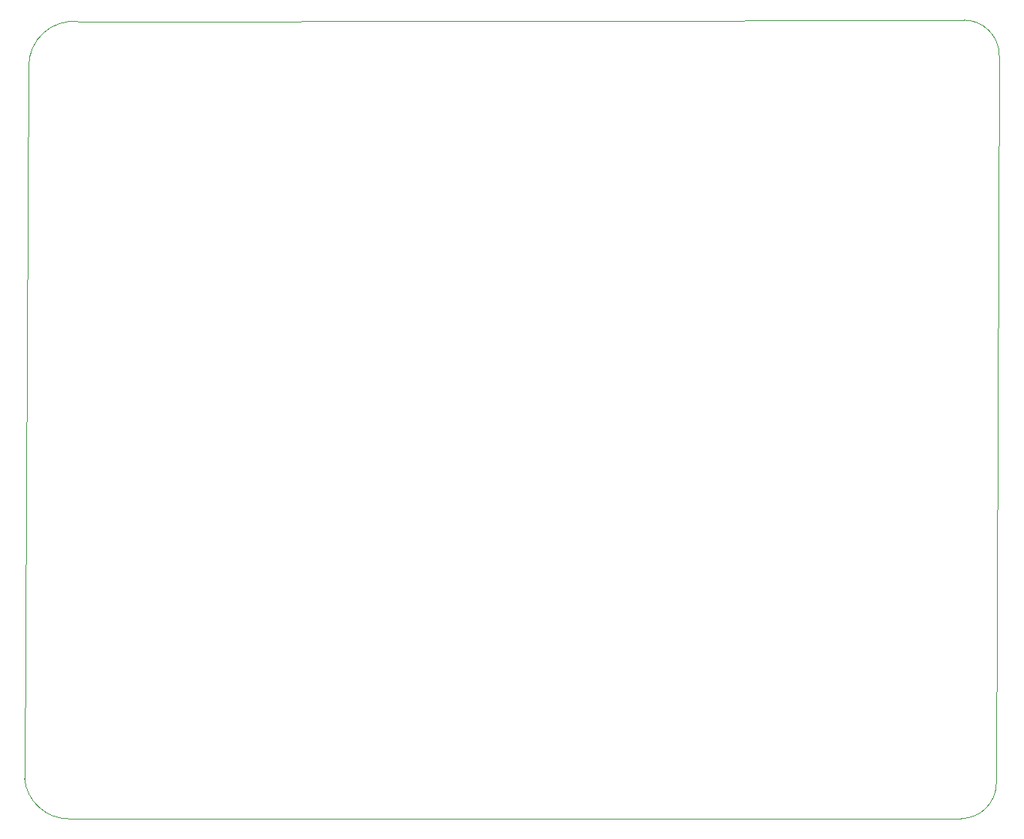
<source format=gm1>
%TF.GenerationSoftware,KiCad,Pcbnew,8.0.4*%
%TF.CreationDate,2024-11-25T19:05:08-08:00*%
%TF.ProjectId,Senior Design,53656e69-6f72-4204-9465-7369676e2e6b,rev?*%
%TF.SameCoordinates,Original*%
%TF.FileFunction,Profile,NP*%
%FSLAX46Y46*%
G04 Gerber Fmt 4.6, Leading zero omitted, Abs format (unit mm)*
G04 Created by KiCad (PCBNEW 8.0.4) date 2024-11-25 19:05:08*
%MOMM*%
%LPD*%
G01*
G04 APERTURE LIST*
%TA.AperFunction,Profile*%
%ADD10C,0.050000*%
%TD*%
G04 APERTURE END LIST*
D10*
X49975063Y-54000000D02*
G75*
G02*
X55500000Y-49000001I5024937J0D01*
G01*
X55500000Y-49000001D02*
X155500000Y-48828427D01*
X155500000Y-48828427D02*
G75*
G02*
X159499973Y-52828427I0J-3999973D01*
G01*
X159500000Y-52828427D02*
X159171573Y-135000000D01*
X54500000Y-139024937D02*
G75*
G02*
X49500001Y-134500000I0J5024937D01*
G01*
X159171573Y-135000000D02*
G75*
G02*
X155171573Y-138999973I-3999973J0D01*
G01*
X49500001Y-134500000D02*
X49975063Y-54000000D01*
X155171573Y-139000000D02*
X54500000Y-139024937D01*
M02*

</source>
